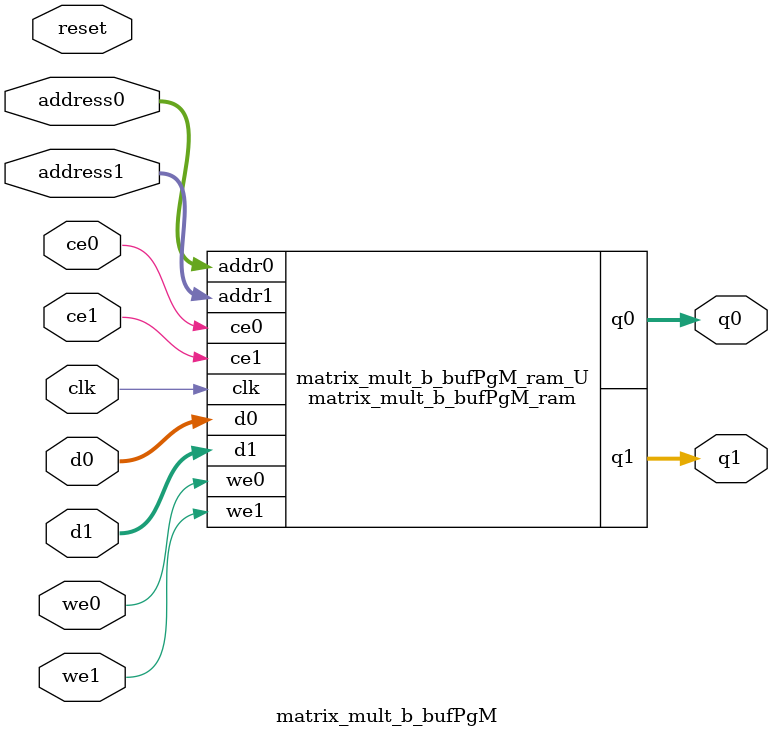
<source format=v>
`timescale 1 ns / 1 ps
module matrix_mult_b_bufPgM_ram (addr0, ce0, d0, we0, q0, addr1, ce1, d1, we1, q1,  clk);

parameter DWIDTH = 32;
parameter AWIDTH = 8;
parameter MEM_SIZE = 200;

input[AWIDTH-1:0] addr0;
input ce0;
input[DWIDTH-1:0] d0;
input we0;
output reg[DWIDTH-1:0] q0;
input[AWIDTH-1:0] addr1;
input ce1;
input[DWIDTH-1:0] d1;
input we1;
output reg[DWIDTH-1:0] q1;
input clk;

(* ram_style = "block" *)reg [DWIDTH-1:0] ram[0:MEM_SIZE-1];




always @(posedge clk)  
begin 
    if (ce0) begin
        if (we0) 
            ram[addr0] <= d0; 
        q0 <= ram[addr0];
    end
end


always @(posedge clk)  
begin 
    if (ce1) begin
        if (we1) 
            ram[addr1] <= d1; 
        q1 <= ram[addr1];
    end
end


endmodule

`timescale 1 ns / 1 ps
module matrix_mult_b_bufPgM(
    reset,
    clk,
    address0,
    ce0,
    we0,
    d0,
    q0,
    address1,
    ce1,
    we1,
    d1,
    q1);

parameter DataWidth = 32'd32;
parameter AddressRange = 32'd200;
parameter AddressWidth = 32'd8;
input reset;
input clk;
input[AddressWidth - 1:0] address0;
input ce0;
input we0;
input[DataWidth - 1:0] d0;
output[DataWidth - 1:0] q0;
input[AddressWidth - 1:0] address1;
input ce1;
input we1;
input[DataWidth - 1:0] d1;
output[DataWidth - 1:0] q1;



matrix_mult_b_bufPgM_ram matrix_mult_b_bufPgM_ram_U(
    .clk( clk ),
    .addr0( address0 ),
    .ce0( ce0 ),
    .we0( we0 ),
    .d0( d0 ),
    .q0( q0 ),
    .addr1( address1 ),
    .ce1( ce1 ),
    .we1( we1 ),
    .d1( d1 ),
    .q1( q1 ));

endmodule


</source>
